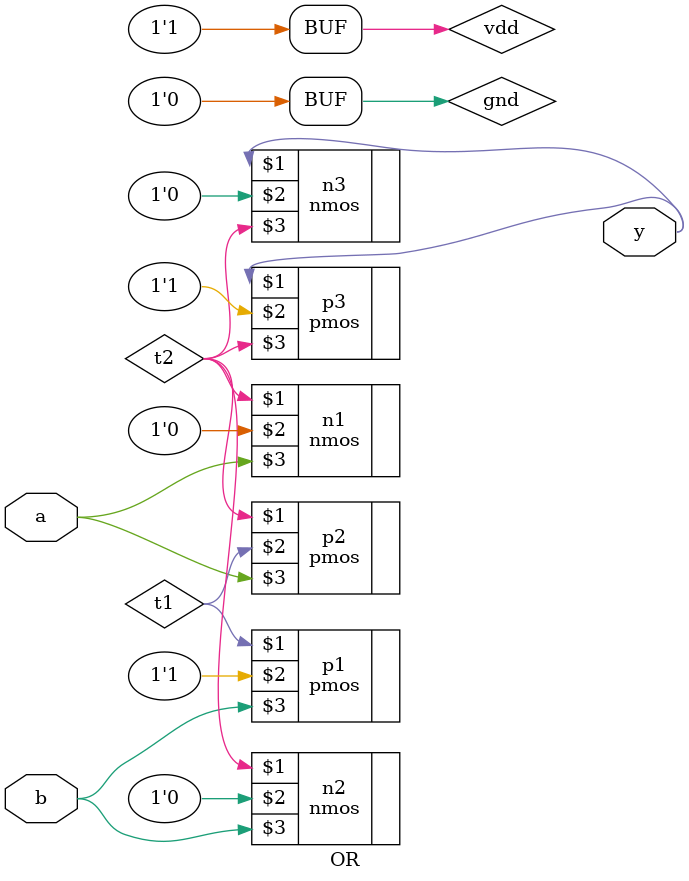
<source format=v>
`timescale 1ns / 1ps


module OR( input a,b,
output y

    );
    
supply1 vdd;
supply0 gnd;

wire t1,t2,t3;

pmos p1(t1,vdd,b);
pmos p2(t2,t1,a);
nmos n1(t2,gnd,a);
nmos n2(t2,gnd,b);
pmos p3(y,vdd,t2);
nmos n3(y,gnd,t2);

endmodule

</source>
